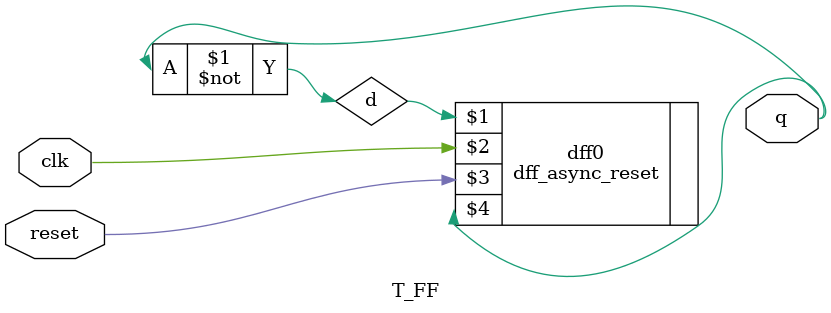
<source format=v>
`timescale 1ns / 1ps


module T_FF(input clk,reset, output q);
    wire d;
    dff_async_reset dff0(d,clk,reset,q);
    
    not n1(d,q);
endmodule


</source>
